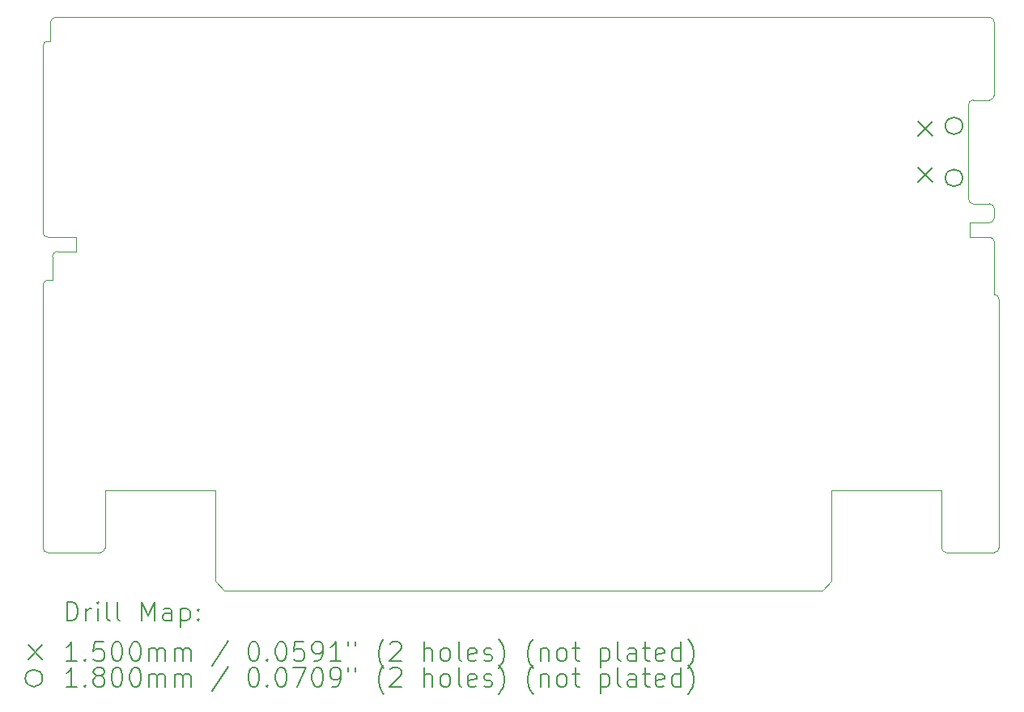
<source format=gbr>
%TF.GenerationSoftware,KiCad,Pcbnew,(6.0.9-0)*%
%TF.CreationDate,2022-11-10T09:06:53+01:00*%
%TF.ProjectId,picocart64_v1_lite,7069636f-6361-4727-9436-345f76315f6c,rev?*%
%TF.SameCoordinates,Original*%
%TF.FileFunction,Drillmap*%
%TF.FilePolarity,Positive*%
%FSLAX45Y45*%
G04 Gerber Fmt 4.5, Leading zero omitted, Abs format (unit mm)*
G04 Created by KiCad (PCBNEW (6.0.9-0)) date 2022-11-10 09:06:53*
%MOMM*%
%LPD*%
G01*
G04 APERTURE LIST*
%ADD10C,0.100000*%
%ADD11C,0.200000*%
%ADD12C,0.150000*%
%ADD13C,0.180000*%
G04 APERTURE END LIST*
D10*
X18250000Y-11900000D02*
X18250000Y-10950000D01*
X19400000Y-10950000D02*
X18250000Y-10950000D01*
X19400000Y-10950000D02*
X19400000Y-11550000D01*
X19950000Y-11600000D02*
X19450000Y-11600000D01*
X20000000Y-11550000D02*
X20000000Y-8950000D01*
X19690000Y-8300000D02*
X19690000Y-8150000D01*
X19900000Y-8150000D02*
X19690000Y-8150000D01*
X11800000Y-11900000D02*
X11900000Y-12000000D01*
X18250000Y-11900000D02*
X18150000Y-12000000D01*
X10130000Y-6000000D02*
G75*
G03*
X10080000Y-6050000I0J-50000D01*
G01*
X10050000Y-6250000D02*
G75*
G03*
X10000000Y-6300000I0J-50000D01*
G01*
X10000000Y-8250000D02*
G75*
G03*
X10050000Y-8300000I50000J0D01*
G01*
X10150000Y-8450000D02*
G75*
G03*
X10100000Y-8500000I0J-50000D01*
G01*
X10050000Y-8750000D02*
G75*
G03*
X10000000Y-8800000I0J-50000D01*
G01*
X10000000Y-11550000D02*
G75*
G03*
X10050000Y-11600000I50000J0D01*
G01*
X10600000Y-11600000D02*
G75*
G03*
X10650000Y-11550000I0J50000D01*
G01*
X19400000Y-11550000D02*
G75*
G03*
X19450000Y-11600000I50000J0D01*
G01*
X19950000Y-11600000D02*
G75*
G03*
X20000000Y-11550000I0J50000D01*
G01*
X19950000Y-8350000D02*
G75*
G03*
X19900000Y-8300000I-50000J0D01*
G01*
X19900000Y-8150000D02*
G75*
G03*
X19950000Y-8100000I0J50000D01*
G01*
X20000000Y-8950000D02*
G75*
G03*
X19950000Y-8900000I-50000J0D01*
G01*
X19730000Y-6865000D02*
G75*
G03*
X19680000Y-6915000I0J-50000D01*
G01*
X19950000Y-8350000D02*
X19950000Y-8900000D01*
X11800000Y-11900000D02*
X11800000Y-10950000D01*
X19950000Y-8000000D02*
G75*
G03*
X19900000Y-7950000I-50000J0D01*
G01*
X10650000Y-10950000D02*
X10650000Y-11550000D01*
X19950000Y-6050000D02*
G75*
G03*
X19900000Y-6000000I-50000J0D01*
G01*
X19680000Y-7900000D02*
G75*
G03*
X19730000Y-7950000I50000J0D01*
G01*
X18150000Y-12000000D02*
X11900000Y-12000000D01*
X19899645Y-6864645D02*
X19730000Y-6865000D01*
X11800000Y-10950000D02*
X10650000Y-10950000D01*
X10350000Y-8450000D02*
X10350000Y-8300000D01*
X19949645Y-6814645D02*
X19950000Y-6050000D01*
X10150000Y-8450000D02*
X10350000Y-8450000D01*
X10600000Y-11600000D02*
X10050000Y-11600000D01*
X10050000Y-6250000D02*
X10080000Y-6250000D01*
X10000000Y-8250000D02*
X10000000Y-6300000D01*
X10080000Y-6250000D02*
X10080000Y-6050000D01*
X10130000Y-6000000D02*
X19900000Y-6000000D01*
X10000000Y-11550000D02*
X10000000Y-8800000D01*
X19900000Y-7950000D02*
X19730000Y-7950000D01*
X10050000Y-8750000D02*
X10100000Y-8750000D01*
X19899645Y-6864645D02*
G75*
G03*
X19949645Y-6814645I-5J50005D01*
G01*
X10100000Y-8750000D02*
X10100000Y-8500000D01*
X19900000Y-8300000D02*
X19690000Y-8300000D01*
X19950000Y-8100000D02*
X19950000Y-8000000D01*
X10350000Y-8300000D02*
X10050000Y-8300000D01*
X19680000Y-7900000D02*
X19680000Y-6915000D01*
D11*
D12*
X19150860Y-7090000D02*
X19300860Y-7240000D01*
X19300860Y-7090000D02*
X19150860Y-7240000D01*
X19150860Y-7575000D02*
X19300860Y-7725000D01*
X19300860Y-7575000D02*
X19150860Y-7725000D01*
D13*
X19618860Y-7135000D02*
G75*
G03*
X19618860Y-7135000I-90000J0D01*
G01*
X19618860Y-7680000D02*
G75*
G03*
X19618860Y-7680000I-90000J0D01*
G01*
D11*
X10252619Y-12315476D02*
X10252619Y-12115476D01*
X10300238Y-12115476D01*
X10328810Y-12125000D01*
X10347857Y-12144048D01*
X10357381Y-12163095D01*
X10366905Y-12201190D01*
X10366905Y-12229762D01*
X10357381Y-12267857D01*
X10347857Y-12286905D01*
X10328810Y-12305952D01*
X10300238Y-12315476D01*
X10252619Y-12315476D01*
X10452619Y-12315476D02*
X10452619Y-12182143D01*
X10452619Y-12220238D02*
X10462143Y-12201190D01*
X10471667Y-12191667D01*
X10490714Y-12182143D01*
X10509762Y-12182143D01*
X10576429Y-12315476D02*
X10576429Y-12182143D01*
X10576429Y-12115476D02*
X10566905Y-12125000D01*
X10576429Y-12134524D01*
X10585952Y-12125000D01*
X10576429Y-12115476D01*
X10576429Y-12134524D01*
X10700238Y-12315476D02*
X10681190Y-12305952D01*
X10671667Y-12286905D01*
X10671667Y-12115476D01*
X10805000Y-12315476D02*
X10785952Y-12305952D01*
X10776429Y-12286905D01*
X10776429Y-12115476D01*
X11033571Y-12315476D02*
X11033571Y-12115476D01*
X11100238Y-12258333D01*
X11166905Y-12115476D01*
X11166905Y-12315476D01*
X11347857Y-12315476D02*
X11347857Y-12210714D01*
X11338333Y-12191667D01*
X11319286Y-12182143D01*
X11281190Y-12182143D01*
X11262143Y-12191667D01*
X11347857Y-12305952D02*
X11328809Y-12315476D01*
X11281190Y-12315476D01*
X11262143Y-12305952D01*
X11252619Y-12286905D01*
X11252619Y-12267857D01*
X11262143Y-12248809D01*
X11281190Y-12239286D01*
X11328809Y-12239286D01*
X11347857Y-12229762D01*
X11443095Y-12182143D02*
X11443095Y-12382143D01*
X11443095Y-12191667D02*
X11462143Y-12182143D01*
X11500238Y-12182143D01*
X11519286Y-12191667D01*
X11528809Y-12201190D01*
X11538333Y-12220238D01*
X11538333Y-12277381D01*
X11528809Y-12296428D01*
X11519286Y-12305952D01*
X11500238Y-12315476D01*
X11462143Y-12315476D01*
X11443095Y-12305952D01*
X11624048Y-12296428D02*
X11633571Y-12305952D01*
X11624048Y-12315476D01*
X11614524Y-12305952D01*
X11624048Y-12296428D01*
X11624048Y-12315476D01*
X11624048Y-12191667D02*
X11633571Y-12201190D01*
X11624048Y-12210714D01*
X11614524Y-12201190D01*
X11624048Y-12191667D01*
X11624048Y-12210714D01*
D12*
X9845000Y-12570000D02*
X9995000Y-12720000D01*
X9995000Y-12570000D02*
X9845000Y-12720000D01*
D11*
X10357381Y-12735476D02*
X10243095Y-12735476D01*
X10300238Y-12735476D02*
X10300238Y-12535476D01*
X10281190Y-12564048D01*
X10262143Y-12583095D01*
X10243095Y-12592619D01*
X10443095Y-12716428D02*
X10452619Y-12725952D01*
X10443095Y-12735476D01*
X10433571Y-12725952D01*
X10443095Y-12716428D01*
X10443095Y-12735476D01*
X10633571Y-12535476D02*
X10538333Y-12535476D01*
X10528810Y-12630714D01*
X10538333Y-12621190D01*
X10557381Y-12611667D01*
X10605000Y-12611667D01*
X10624048Y-12621190D01*
X10633571Y-12630714D01*
X10643095Y-12649762D01*
X10643095Y-12697381D01*
X10633571Y-12716428D01*
X10624048Y-12725952D01*
X10605000Y-12735476D01*
X10557381Y-12735476D01*
X10538333Y-12725952D01*
X10528810Y-12716428D01*
X10766905Y-12535476D02*
X10785952Y-12535476D01*
X10805000Y-12545000D01*
X10814524Y-12554524D01*
X10824048Y-12573571D01*
X10833571Y-12611667D01*
X10833571Y-12659286D01*
X10824048Y-12697381D01*
X10814524Y-12716428D01*
X10805000Y-12725952D01*
X10785952Y-12735476D01*
X10766905Y-12735476D01*
X10747857Y-12725952D01*
X10738333Y-12716428D01*
X10728810Y-12697381D01*
X10719286Y-12659286D01*
X10719286Y-12611667D01*
X10728810Y-12573571D01*
X10738333Y-12554524D01*
X10747857Y-12545000D01*
X10766905Y-12535476D01*
X10957381Y-12535476D02*
X10976429Y-12535476D01*
X10995476Y-12545000D01*
X11005000Y-12554524D01*
X11014524Y-12573571D01*
X11024048Y-12611667D01*
X11024048Y-12659286D01*
X11014524Y-12697381D01*
X11005000Y-12716428D01*
X10995476Y-12725952D01*
X10976429Y-12735476D01*
X10957381Y-12735476D01*
X10938333Y-12725952D01*
X10928810Y-12716428D01*
X10919286Y-12697381D01*
X10909762Y-12659286D01*
X10909762Y-12611667D01*
X10919286Y-12573571D01*
X10928810Y-12554524D01*
X10938333Y-12545000D01*
X10957381Y-12535476D01*
X11109762Y-12735476D02*
X11109762Y-12602143D01*
X11109762Y-12621190D02*
X11119286Y-12611667D01*
X11138333Y-12602143D01*
X11166905Y-12602143D01*
X11185952Y-12611667D01*
X11195476Y-12630714D01*
X11195476Y-12735476D01*
X11195476Y-12630714D02*
X11205000Y-12611667D01*
X11224048Y-12602143D01*
X11252619Y-12602143D01*
X11271667Y-12611667D01*
X11281190Y-12630714D01*
X11281190Y-12735476D01*
X11376428Y-12735476D02*
X11376428Y-12602143D01*
X11376428Y-12621190D02*
X11385952Y-12611667D01*
X11405000Y-12602143D01*
X11433571Y-12602143D01*
X11452619Y-12611667D01*
X11462143Y-12630714D01*
X11462143Y-12735476D01*
X11462143Y-12630714D02*
X11471667Y-12611667D01*
X11490714Y-12602143D01*
X11519286Y-12602143D01*
X11538333Y-12611667D01*
X11547857Y-12630714D01*
X11547857Y-12735476D01*
X11938333Y-12525952D02*
X11766905Y-12783095D01*
X12195476Y-12535476D02*
X12214524Y-12535476D01*
X12233571Y-12545000D01*
X12243095Y-12554524D01*
X12252619Y-12573571D01*
X12262143Y-12611667D01*
X12262143Y-12659286D01*
X12252619Y-12697381D01*
X12243095Y-12716428D01*
X12233571Y-12725952D01*
X12214524Y-12735476D01*
X12195476Y-12735476D01*
X12176428Y-12725952D01*
X12166905Y-12716428D01*
X12157381Y-12697381D01*
X12147857Y-12659286D01*
X12147857Y-12611667D01*
X12157381Y-12573571D01*
X12166905Y-12554524D01*
X12176428Y-12545000D01*
X12195476Y-12535476D01*
X12347857Y-12716428D02*
X12357381Y-12725952D01*
X12347857Y-12735476D01*
X12338333Y-12725952D01*
X12347857Y-12716428D01*
X12347857Y-12735476D01*
X12481190Y-12535476D02*
X12500238Y-12535476D01*
X12519286Y-12545000D01*
X12528809Y-12554524D01*
X12538333Y-12573571D01*
X12547857Y-12611667D01*
X12547857Y-12659286D01*
X12538333Y-12697381D01*
X12528809Y-12716428D01*
X12519286Y-12725952D01*
X12500238Y-12735476D01*
X12481190Y-12735476D01*
X12462143Y-12725952D01*
X12452619Y-12716428D01*
X12443095Y-12697381D01*
X12433571Y-12659286D01*
X12433571Y-12611667D01*
X12443095Y-12573571D01*
X12452619Y-12554524D01*
X12462143Y-12545000D01*
X12481190Y-12535476D01*
X12728809Y-12535476D02*
X12633571Y-12535476D01*
X12624048Y-12630714D01*
X12633571Y-12621190D01*
X12652619Y-12611667D01*
X12700238Y-12611667D01*
X12719286Y-12621190D01*
X12728809Y-12630714D01*
X12738333Y-12649762D01*
X12738333Y-12697381D01*
X12728809Y-12716428D01*
X12719286Y-12725952D01*
X12700238Y-12735476D01*
X12652619Y-12735476D01*
X12633571Y-12725952D01*
X12624048Y-12716428D01*
X12833571Y-12735476D02*
X12871667Y-12735476D01*
X12890714Y-12725952D01*
X12900238Y-12716428D01*
X12919286Y-12687857D01*
X12928809Y-12649762D01*
X12928809Y-12573571D01*
X12919286Y-12554524D01*
X12909762Y-12545000D01*
X12890714Y-12535476D01*
X12852619Y-12535476D01*
X12833571Y-12545000D01*
X12824048Y-12554524D01*
X12814524Y-12573571D01*
X12814524Y-12621190D01*
X12824048Y-12640238D01*
X12833571Y-12649762D01*
X12852619Y-12659286D01*
X12890714Y-12659286D01*
X12909762Y-12649762D01*
X12919286Y-12640238D01*
X12928809Y-12621190D01*
X13119286Y-12735476D02*
X13005000Y-12735476D01*
X13062143Y-12735476D02*
X13062143Y-12535476D01*
X13043095Y-12564048D01*
X13024048Y-12583095D01*
X13005000Y-12592619D01*
X13195476Y-12535476D02*
X13195476Y-12573571D01*
X13271667Y-12535476D02*
X13271667Y-12573571D01*
X13566905Y-12811667D02*
X13557381Y-12802143D01*
X13538333Y-12773571D01*
X13528809Y-12754524D01*
X13519286Y-12725952D01*
X13509762Y-12678333D01*
X13509762Y-12640238D01*
X13519286Y-12592619D01*
X13528809Y-12564048D01*
X13538333Y-12545000D01*
X13557381Y-12516428D01*
X13566905Y-12506905D01*
X13633571Y-12554524D02*
X13643095Y-12545000D01*
X13662143Y-12535476D01*
X13709762Y-12535476D01*
X13728809Y-12545000D01*
X13738333Y-12554524D01*
X13747857Y-12573571D01*
X13747857Y-12592619D01*
X13738333Y-12621190D01*
X13624048Y-12735476D01*
X13747857Y-12735476D01*
X13985952Y-12735476D02*
X13985952Y-12535476D01*
X14071667Y-12735476D02*
X14071667Y-12630714D01*
X14062143Y-12611667D01*
X14043095Y-12602143D01*
X14014524Y-12602143D01*
X13995476Y-12611667D01*
X13985952Y-12621190D01*
X14195476Y-12735476D02*
X14176428Y-12725952D01*
X14166905Y-12716428D01*
X14157381Y-12697381D01*
X14157381Y-12640238D01*
X14166905Y-12621190D01*
X14176428Y-12611667D01*
X14195476Y-12602143D01*
X14224048Y-12602143D01*
X14243095Y-12611667D01*
X14252619Y-12621190D01*
X14262143Y-12640238D01*
X14262143Y-12697381D01*
X14252619Y-12716428D01*
X14243095Y-12725952D01*
X14224048Y-12735476D01*
X14195476Y-12735476D01*
X14376428Y-12735476D02*
X14357381Y-12725952D01*
X14347857Y-12706905D01*
X14347857Y-12535476D01*
X14528809Y-12725952D02*
X14509762Y-12735476D01*
X14471667Y-12735476D01*
X14452619Y-12725952D01*
X14443095Y-12706905D01*
X14443095Y-12630714D01*
X14452619Y-12611667D01*
X14471667Y-12602143D01*
X14509762Y-12602143D01*
X14528809Y-12611667D01*
X14538333Y-12630714D01*
X14538333Y-12649762D01*
X14443095Y-12668809D01*
X14614524Y-12725952D02*
X14633571Y-12735476D01*
X14671667Y-12735476D01*
X14690714Y-12725952D01*
X14700238Y-12706905D01*
X14700238Y-12697381D01*
X14690714Y-12678333D01*
X14671667Y-12668809D01*
X14643095Y-12668809D01*
X14624048Y-12659286D01*
X14614524Y-12640238D01*
X14614524Y-12630714D01*
X14624048Y-12611667D01*
X14643095Y-12602143D01*
X14671667Y-12602143D01*
X14690714Y-12611667D01*
X14766905Y-12811667D02*
X14776428Y-12802143D01*
X14795476Y-12773571D01*
X14805000Y-12754524D01*
X14814524Y-12725952D01*
X14824048Y-12678333D01*
X14824048Y-12640238D01*
X14814524Y-12592619D01*
X14805000Y-12564048D01*
X14795476Y-12545000D01*
X14776428Y-12516428D01*
X14766905Y-12506905D01*
X15128809Y-12811667D02*
X15119286Y-12802143D01*
X15100238Y-12773571D01*
X15090714Y-12754524D01*
X15081190Y-12725952D01*
X15071667Y-12678333D01*
X15071667Y-12640238D01*
X15081190Y-12592619D01*
X15090714Y-12564048D01*
X15100238Y-12545000D01*
X15119286Y-12516428D01*
X15128809Y-12506905D01*
X15205000Y-12602143D02*
X15205000Y-12735476D01*
X15205000Y-12621190D02*
X15214524Y-12611667D01*
X15233571Y-12602143D01*
X15262143Y-12602143D01*
X15281190Y-12611667D01*
X15290714Y-12630714D01*
X15290714Y-12735476D01*
X15414524Y-12735476D02*
X15395476Y-12725952D01*
X15385952Y-12716428D01*
X15376428Y-12697381D01*
X15376428Y-12640238D01*
X15385952Y-12621190D01*
X15395476Y-12611667D01*
X15414524Y-12602143D01*
X15443095Y-12602143D01*
X15462143Y-12611667D01*
X15471667Y-12621190D01*
X15481190Y-12640238D01*
X15481190Y-12697381D01*
X15471667Y-12716428D01*
X15462143Y-12725952D01*
X15443095Y-12735476D01*
X15414524Y-12735476D01*
X15538333Y-12602143D02*
X15614524Y-12602143D01*
X15566905Y-12535476D02*
X15566905Y-12706905D01*
X15576428Y-12725952D01*
X15595476Y-12735476D01*
X15614524Y-12735476D01*
X15833571Y-12602143D02*
X15833571Y-12802143D01*
X15833571Y-12611667D02*
X15852619Y-12602143D01*
X15890714Y-12602143D01*
X15909762Y-12611667D01*
X15919286Y-12621190D01*
X15928809Y-12640238D01*
X15928809Y-12697381D01*
X15919286Y-12716428D01*
X15909762Y-12725952D01*
X15890714Y-12735476D01*
X15852619Y-12735476D01*
X15833571Y-12725952D01*
X16043095Y-12735476D02*
X16024048Y-12725952D01*
X16014524Y-12706905D01*
X16014524Y-12535476D01*
X16205000Y-12735476D02*
X16205000Y-12630714D01*
X16195476Y-12611667D01*
X16176428Y-12602143D01*
X16138333Y-12602143D01*
X16119286Y-12611667D01*
X16205000Y-12725952D02*
X16185952Y-12735476D01*
X16138333Y-12735476D01*
X16119286Y-12725952D01*
X16109762Y-12706905D01*
X16109762Y-12687857D01*
X16119286Y-12668809D01*
X16138333Y-12659286D01*
X16185952Y-12659286D01*
X16205000Y-12649762D01*
X16271667Y-12602143D02*
X16347857Y-12602143D01*
X16300238Y-12535476D02*
X16300238Y-12706905D01*
X16309762Y-12725952D01*
X16328809Y-12735476D01*
X16347857Y-12735476D01*
X16490714Y-12725952D02*
X16471667Y-12735476D01*
X16433571Y-12735476D01*
X16414524Y-12725952D01*
X16405000Y-12706905D01*
X16405000Y-12630714D01*
X16414524Y-12611667D01*
X16433571Y-12602143D01*
X16471667Y-12602143D01*
X16490714Y-12611667D01*
X16500238Y-12630714D01*
X16500238Y-12649762D01*
X16405000Y-12668809D01*
X16671667Y-12735476D02*
X16671667Y-12535476D01*
X16671667Y-12725952D02*
X16652619Y-12735476D01*
X16614524Y-12735476D01*
X16595476Y-12725952D01*
X16585952Y-12716428D01*
X16576428Y-12697381D01*
X16576428Y-12640238D01*
X16585952Y-12621190D01*
X16595476Y-12611667D01*
X16614524Y-12602143D01*
X16652619Y-12602143D01*
X16671667Y-12611667D01*
X16747857Y-12811667D02*
X16757381Y-12802143D01*
X16776428Y-12773571D01*
X16785952Y-12754524D01*
X16795476Y-12725952D01*
X16805000Y-12678333D01*
X16805000Y-12640238D01*
X16795476Y-12592619D01*
X16785952Y-12564048D01*
X16776428Y-12545000D01*
X16757381Y-12516428D01*
X16747857Y-12506905D01*
D13*
X9995000Y-12915000D02*
G75*
G03*
X9995000Y-12915000I-90000J0D01*
G01*
D11*
X10357381Y-13005476D02*
X10243095Y-13005476D01*
X10300238Y-13005476D02*
X10300238Y-12805476D01*
X10281190Y-12834048D01*
X10262143Y-12853095D01*
X10243095Y-12862619D01*
X10443095Y-12986428D02*
X10452619Y-12995952D01*
X10443095Y-13005476D01*
X10433571Y-12995952D01*
X10443095Y-12986428D01*
X10443095Y-13005476D01*
X10566905Y-12891190D02*
X10547857Y-12881667D01*
X10538333Y-12872143D01*
X10528810Y-12853095D01*
X10528810Y-12843571D01*
X10538333Y-12824524D01*
X10547857Y-12815000D01*
X10566905Y-12805476D01*
X10605000Y-12805476D01*
X10624048Y-12815000D01*
X10633571Y-12824524D01*
X10643095Y-12843571D01*
X10643095Y-12853095D01*
X10633571Y-12872143D01*
X10624048Y-12881667D01*
X10605000Y-12891190D01*
X10566905Y-12891190D01*
X10547857Y-12900714D01*
X10538333Y-12910238D01*
X10528810Y-12929286D01*
X10528810Y-12967381D01*
X10538333Y-12986428D01*
X10547857Y-12995952D01*
X10566905Y-13005476D01*
X10605000Y-13005476D01*
X10624048Y-12995952D01*
X10633571Y-12986428D01*
X10643095Y-12967381D01*
X10643095Y-12929286D01*
X10633571Y-12910238D01*
X10624048Y-12900714D01*
X10605000Y-12891190D01*
X10766905Y-12805476D02*
X10785952Y-12805476D01*
X10805000Y-12815000D01*
X10814524Y-12824524D01*
X10824048Y-12843571D01*
X10833571Y-12881667D01*
X10833571Y-12929286D01*
X10824048Y-12967381D01*
X10814524Y-12986428D01*
X10805000Y-12995952D01*
X10785952Y-13005476D01*
X10766905Y-13005476D01*
X10747857Y-12995952D01*
X10738333Y-12986428D01*
X10728810Y-12967381D01*
X10719286Y-12929286D01*
X10719286Y-12881667D01*
X10728810Y-12843571D01*
X10738333Y-12824524D01*
X10747857Y-12815000D01*
X10766905Y-12805476D01*
X10957381Y-12805476D02*
X10976429Y-12805476D01*
X10995476Y-12815000D01*
X11005000Y-12824524D01*
X11014524Y-12843571D01*
X11024048Y-12881667D01*
X11024048Y-12929286D01*
X11014524Y-12967381D01*
X11005000Y-12986428D01*
X10995476Y-12995952D01*
X10976429Y-13005476D01*
X10957381Y-13005476D01*
X10938333Y-12995952D01*
X10928810Y-12986428D01*
X10919286Y-12967381D01*
X10909762Y-12929286D01*
X10909762Y-12881667D01*
X10919286Y-12843571D01*
X10928810Y-12824524D01*
X10938333Y-12815000D01*
X10957381Y-12805476D01*
X11109762Y-13005476D02*
X11109762Y-12872143D01*
X11109762Y-12891190D02*
X11119286Y-12881667D01*
X11138333Y-12872143D01*
X11166905Y-12872143D01*
X11185952Y-12881667D01*
X11195476Y-12900714D01*
X11195476Y-13005476D01*
X11195476Y-12900714D02*
X11205000Y-12881667D01*
X11224048Y-12872143D01*
X11252619Y-12872143D01*
X11271667Y-12881667D01*
X11281190Y-12900714D01*
X11281190Y-13005476D01*
X11376428Y-13005476D02*
X11376428Y-12872143D01*
X11376428Y-12891190D02*
X11385952Y-12881667D01*
X11405000Y-12872143D01*
X11433571Y-12872143D01*
X11452619Y-12881667D01*
X11462143Y-12900714D01*
X11462143Y-13005476D01*
X11462143Y-12900714D02*
X11471667Y-12881667D01*
X11490714Y-12872143D01*
X11519286Y-12872143D01*
X11538333Y-12881667D01*
X11547857Y-12900714D01*
X11547857Y-13005476D01*
X11938333Y-12795952D02*
X11766905Y-13053095D01*
X12195476Y-12805476D02*
X12214524Y-12805476D01*
X12233571Y-12815000D01*
X12243095Y-12824524D01*
X12252619Y-12843571D01*
X12262143Y-12881667D01*
X12262143Y-12929286D01*
X12252619Y-12967381D01*
X12243095Y-12986428D01*
X12233571Y-12995952D01*
X12214524Y-13005476D01*
X12195476Y-13005476D01*
X12176428Y-12995952D01*
X12166905Y-12986428D01*
X12157381Y-12967381D01*
X12147857Y-12929286D01*
X12147857Y-12881667D01*
X12157381Y-12843571D01*
X12166905Y-12824524D01*
X12176428Y-12815000D01*
X12195476Y-12805476D01*
X12347857Y-12986428D02*
X12357381Y-12995952D01*
X12347857Y-13005476D01*
X12338333Y-12995952D01*
X12347857Y-12986428D01*
X12347857Y-13005476D01*
X12481190Y-12805476D02*
X12500238Y-12805476D01*
X12519286Y-12815000D01*
X12528809Y-12824524D01*
X12538333Y-12843571D01*
X12547857Y-12881667D01*
X12547857Y-12929286D01*
X12538333Y-12967381D01*
X12528809Y-12986428D01*
X12519286Y-12995952D01*
X12500238Y-13005476D01*
X12481190Y-13005476D01*
X12462143Y-12995952D01*
X12452619Y-12986428D01*
X12443095Y-12967381D01*
X12433571Y-12929286D01*
X12433571Y-12881667D01*
X12443095Y-12843571D01*
X12452619Y-12824524D01*
X12462143Y-12815000D01*
X12481190Y-12805476D01*
X12614524Y-12805476D02*
X12747857Y-12805476D01*
X12662143Y-13005476D01*
X12862143Y-12805476D02*
X12881190Y-12805476D01*
X12900238Y-12815000D01*
X12909762Y-12824524D01*
X12919286Y-12843571D01*
X12928809Y-12881667D01*
X12928809Y-12929286D01*
X12919286Y-12967381D01*
X12909762Y-12986428D01*
X12900238Y-12995952D01*
X12881190Y-13005476D01*
X12862143Y-13005476D01*
X12843095Y-12995952D01*
X12833571Y-12986428D01*
X12824048Y-12967381D01*
X12814524Y-12929286D01*
X12814524Y-12881667D01*
X12824048Y-12843571D01*
X12833571Y-12824524D01*
X12843095Y-12815000D01*
X12862143Y-12805476D01*
X13024048Y-13005476D02*
X13062143Y-13005476D01*
X13081190Y-12995952D01*
X13090714Y-12986428D01*
X13109762Y-12957857D01*
X13119286Y-12919762D01*
X13119286Y-12843571D01*
X13109762Y-12824524D01*
X13100238Y-12815000D01*
X13081190Y-12805476D01*
X13043095Y-12805476D01*
X13024048Y-12815000D01*
X13014524Y-12824524D01*
X13005000Y-12843571D01*
X13005000Y-12891190D01*
X13014524Y-12910238D01*
X13024048Y-12919762D01*
X13043095Y-12929286D01*
X13081190Y-12929286D01*
X13100238Y-12919762D01*
X13109762Y-12910238D01*
X13119286Y-12891190D01*
X13195476Y-12805476D02*
X13195476Y-12843571D01*
X13271667Y-12805476D02*
X13271667Y-12843571D01*
X13566905Y-13081667D02*
X13557381Y-13072143D01*
X13538333Y-13043571D01*
X13528809Y-13024524D01*
X13519286Y-12995952D01*
X13509762Y-12948333D01*
X13509762Y-12910238D01*
X13519286Y-12862619D01*
X13528809Y-12834048D01*
X13538333Y-12815000D01*
X13557381Y-12786428D01*
X13566905Y-12776905D01*
X13633571Y-12824524D02*
X13643095Y-12815000D01*
X13662143Y-12805476D01*
X13709762Y-12805476D01*
X13728809Y-12815000D01*
X13738333Y-12824524D01*
X13747857Y-12843571D01*
X13747857Y-12862619D01*
X13738333Y-12891190D01*
X13624048Y-13005476D01*
X13747857Y-13005476D01*
X13985952Y-13005476D02*
X13985952Y-12805476D01*
X14071667Y-13005476D02*
X14071667Y-12900714D01*
X14062143Y-12881667D01*
X14043095Y-12872143D01*
X14014524Y-12872143D01*
X13995476Y-12881667D01*
X13985952Y-12891190D01*
X14195476Y-13005476D02*
X14176428Y-12995952D01*
X14166905Y-12986428D01*
X14157381Y-12967381D01*
X14157381Y-12910238D01*
X14166905Y-12891190D01*
X14176428Y-12881667D01*
X14195476Y-12872143D01*
X14224048Y-12872143D01*
X14243095Y-12881667D01*
X14252619Y-12891190D01*
X14262143Y-12910238D01*
X14262143Y-12967381D01*
X14252619Y-12986428D01*
X14243095Y-12995952D01*
X14224048Y-13005476D01*
X14195476Y-13005476D01*
X14376428Y-13005476D02*
X14357381Y-12995952D01*
X14347857Y-12976905D01*
X14347857Y-12805476D01*
X14528809Y-12995952D02*
X14509762Y-13005476D01*
X14471667Y-13005476D01*
X14452619Y-12995952D01*
X14443095Y-12976905D01*
X14443095Y-12900714D01*
X14452619Y-12881667D01*
X14471667Y-12872143D01*
X14509762Y-12872143D01*
X14528809Y-12881667D01*
X14538333Y-12900714D01*
X14538333Y-12919762D01*
X14443095Y-12938809D01*
X14614524Y-12995952D02*
X14633571Y-13005476D01*
X14671667Y-13005476D01*
X14690714Y-12995952D01*
X14700238Y-12976905D01*
X14700238Y-12967381D01*
X14690714Y-12948333D01*
X14671667Y-12938809D01*
X14643095Y-12938809D01*
X14624048Y-12929286D01*
X14614524Y-12910238D01*
X14614524Y-12900714D01*
X14624048Y-12881667D01*
X14643095Y-12872143D01*
X14671667Y-12872143D01*
X14690714Y-12881667D01*
X14766905Y-13081667D02*
X14776428Y-13072143D01*
X14795476Y-13043571D01*
X14805000Y-13024524D01*
X14814524Y-12995952D01*
X14824048Y-12948333D01*
X14824048Y-12910238D01*
X14814524Y-12862619D01*
X14805000Y-12834048D01*
X14795476Y-12815000D01*
X14776428Y-12786428D01*
X14766905Y-12776905D01*
X15128809Y-13081667D02*
X15119286Y-13072143D01*
X15100238Y-13043571D01*
X15090714Y-13024524D01*
X15081190Y-12995952D01*
X15071667Y-12948333D01*
X15071667Y-12910238D01*
X15081190Y-12862619D01*
X15090714Y-12834048D01*
X15100238Y-12815000D01*
X15119286Y-12786428D01*
X15128809Y-12776905D01*
X15205000Y-12872143D02*
X15205000Y-13005476D01*
X15205000Y-12891190D02*
X15214524Y-12881667D01*
X15233571Y-12872143D01*
X15262143Y-12872143D01*
X15281190Y-12881667D01*
X15290714Y-12900714D01*
X15290714Y-13005476D01*
X15414524Y-13005476D02*
X15395476Y-12995952D01*
X15385952Y-12986428D01*
X15376428Y-12967381D01*
X15376428Y-12910238D01*
X15385952Y-12891190D01*
X15395476Y-12881667D01*
X15414524Y-12872143D01*
X15443095Y-12872143D01*
X15462143Y-12881667D01*
X15471667Y-12891190D01*
X15481190Y-12910238D01*
X15481190Y-12967381D01*
X15471667Y-12986428D01*
X15462143Y-12995952D01*
X15443095Y-13005476D01*
X15414524Y-13005476D01*
X15538333Y-12872143D02*
X15614524Y-12872143D01*
X15566905Y-12805476D02*
X15566905Y-12976905D01*
X15576428Y-12995952D01*
X15595476Y-13005476D01*
X15614524Y-13005476D01*
X15833571Y-12872143D02*
X15833571Y-13072143D01*
X15833571Y-12881667D02*
X15852619Y-12872143D01*
X15890714Y-12872143D01*
X15909762Y-12881667D01*
X15919286Y-12891190D01*
X15928809Y-12910238D01*
X15928809Y-12967381D01*
X15919286Y-12986428D01*
X15909762Y-12995952D01*
X15890714Y-13005476D01*
X15852619Y-13005476D01*
X15833571Y-12995952D01*
X16043095Y-13005476D02*
X16024048Y-12995952D01*
X16014524Y-12976905D01*
X16014524Y-12805476D01*
X16205000Y-13005476D02*
X16205000Y-12900714D01*
X16195476Y-12881667D01*
X16176428Y-12872143D01*
X16138333Y-12872143D01*
X16119286Y-12881667D01*
X16205000Y-12995952D02*
X16185952Y-13005476D01*
X16138333Y-13005476D01*
X16119286Y-12995952D01*
X16109762Y-12976905D01*
X16109762Y-12957857D01*
X16119286Y-12938809D01*
X16138333Y-12929286D01*
X16185952Y-12929286D01*
X16205000Y-12919762D01*
X16271667Y-12872143D02*
X16347857Y-12872143D01*
X16300238Y-12805476D02*
X16300238Y-12976905D01*
X16309762Y-12995952D01*
X16328809Y-13005476D01*
X16347857Y-13005476D01*
X16490714Y-12995952D02*
X16471667Y-13005476D01*
X16433571Y-13005476D01*
X16414524Y-12995952D01*
X16405000Y-12976905D01*
X16405000Y-12900714D01*
X16414524Y-12881667D01*
X16433571Y-12872143D01*
X16471667Y-12872143D01*
X16490714Y-12881667D01*
X16500238Y-12900714D01*
X16500238Y-12919762D01*
X16405000Y-12938809D01*
X16671667Y-13005476D02*
X16671667Y-12805476D01*
X16671667Y-12995952D02*
X16652619Y-13005476D01*
X16614524Y-13005476D01*
X16595476Y-12995952D01*
X16585952Y-12986428D01*
X16576428Y-12967381D01*
X16576428Y-12910238D01*
X16585952Y-12891190D01*
X16595476Y-12881667D01*
X16614524Y-12872143D01*
X16652619Y-12872143D01*
X16671667Y-12881667D01*
X16747857Y-13081667D02*
X16757381Y-13072143D01*
X16776428Y-13043571D01*
X16785952Y-13024524D01*
X16795476Y-12995952D01*
X16805000Y-12948333D01*
X16805000Y-12910238D01*
X16795476Y-12862619D01*
X16785952Y-12834048D01*
X16776428Y-12815000D01*
X16757381Y-12786428D01*
X16747857Y-12776905D01*
M02*

</source>
